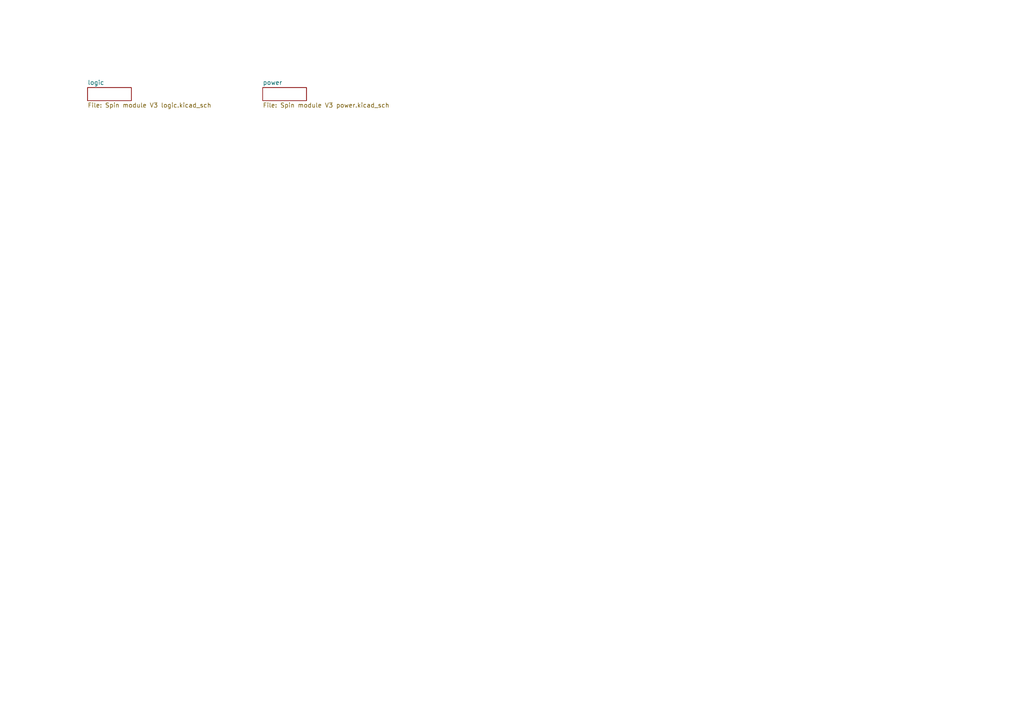
<source format=kicad_sch>
(kicad_sch
	(version 20250114)
	(generator "eeschema")
	(generator_version "9.0")
	(uuid "9f0116a5-ab28-4c7d-abcf-df3582746492")
	(paper "A4")
	(lib_symbols)
	(sheet
		(at 76.2 25.4)
		(size 12.7 3.81)
		(exclude_from_sim no)
		(in_bom yes)
		(on_board yes)
		(dnp no)
		(fields_autoplaced yes)
		(stroke
			(width 0)
			(type solid)
		)
		(fill
			(color 0 0 0 0.0000)
		)
		(uuid "569669fa-0a6b-4ea2-b905-b42c1d2516a2")
		(property "Sheetname" "power"
			(at 76.2 24.6884 0)
			(effects
				(font
					(size 1.27 1.27)
				)
				(justify left bottom)
			)
		)
		(property "Sheetfile" "Spin module V3 power.kicad_sch"
			(at 76.2 29.7946 0)
			(effects
				(font
					(size 1.27 1.27)
				)
				(justify left top)
			)
		)
		(instances
			(project "Spinmodule"
				(path "/9f0116a5-ab28-4c7d-abcf-df3582746492"
					(page "3")
				)
			)
		)
	)
	(sheet
		(at 25.4 25.4)
		(size 12.7 3.81)
		(exclude_from_sim no)
		(in_bom yes)
		(on_board yes)
		(dnp no)
		(fields_autoplaced yes)
		(stroke
			(width 0)
			(type solid)
		)
		(fill
			(color 0 0 0 0.0000)
		)
		(uuid "e1ba8835-6195-4eb6-8ed7-c629ad86f1ff")
		(property "Sheetname" "logic"
			(at 25.4 24.6884 0)
			(effects
				(font
					(size 1.27 1.27)
				)
				(justify left bottom)
			)
		)
		(property "Sheetfile" "Spin module V3 logic.kicad_sch"
			(at 25.4 29.7946 0)
			(effects
				(font
					(size 1.27 1.27)
				)
				(justify left top)
			)
		)
		(instances
			(project "Spinmodule"
				(path "/9f0116a5-ab28-4c7d-abcf-df3582746492"
					(page "2")
				)
			)
		)
	)
	(sheet_instances
		(path "/"
			(page "#")
		)
	)
	(embedded_fonts no)
)

</source>
